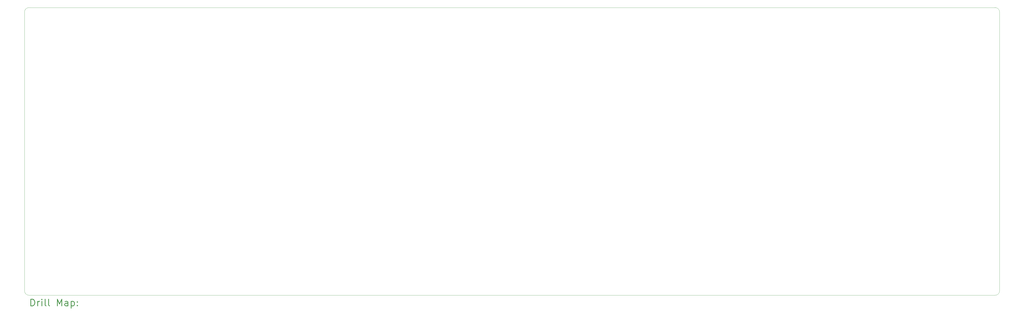
<source format=gbr>
%FSLAX45Y45*%
G04 Gerber Fmt 4.5, Leading zero omitted, Abs format (unit mm)*
G04 Created by KiCad (PCBNEW (5.1.10)-1) date 2021-09-30 18:38:28*
%MOMM*%
%LPD*%
G01*
G04 APERTURE LIST*
%TA.AperFunction,Profile*%
%ADD10C,0.100000*%
%TD*%
%ADD11C,0.200000*%
%ADD12C,0.300000*%
G04 APERTURE END LIST*
D10*
X46570000Y-5007000D02*
G75*
G02*
X46770000Y-5207000I0J-200000D01*
G01*
X46770000Y-17581000D02*
G75*
G02*
X46570000Y-17781000I-200000J0D01*
G01*
X3812000Y-17781000D02*
G75*
G02*
X3612000Y-17581000I0J200000D01*
G01*
X3612000Y-5207000D02*
G75*
G02*
X3812000Y-5007000I200000J0D01*
G01*
X3612000Y-17581000D02*
X3612000Y-5207000D01*
X46570000Y-17781000D02*
X3812000Y-17781000D01*
X46770000Y-5207000D02*
X46770000Y-17581000D01*
X3812000Y-5007000D02*
X46570000Y-5007000D01*
D11*
D12*
X3893428Y-18251714D02*
X3893428Y-17951714D01*
X3964857Y-17951714D01*
X4007714Y-17966000D01*
X4036286Y-17994572D01*
X4050571Y-18023143D01*
X4064857Y-18080286D01*
X4064857Y-18123143D01*
X4050571Y-18180286D01*
X4036286Y-18208857D01*
X4007714Y-18237429D01*
X3964857Y-18251714D01*
X3893428Y-18251714D01*
X4193428Y-18251714D02*
X4193428Y-18051714D01*
X4193428Y-18108857D02*
X4207714Y-18080286D01*
X4222000Y-18066000D01*
X4250571Y-18051714D01*
X4279143Y-18051714D01*
X4379143Y-18251714D02*
X4379143Y-18051714D01*
X4379143Y-17951714D02*
X4364857Y-17966000D01*
X4379143Y-17980286D01*
X4393428Y-17966000D01*
X4379143Y-17951714D01*
X4379143Y-17980286D01*
X4564857Y-18251714D02*
X4536286Y-18237429D01*
X4522000Y-18208857D01*
X4522000Y-17951714D01*
X4722000Y-18251714D02*
X4693428Y-18237429D01*
X4679143Y-18208857D01*
X4679143Y-17951714D01*
X5064857Y-18251714D02*
X5064857Y-17951714D01*
X5164857Y-18166000D01*
X5264857Y-17951714D01*
X5264857Y-18251714D01*
X5536286Y-18251714D02*
X5536286Y-18094572D01*
X5522000Y-18066000D01*
X5493428Y-18051714D01*
X5436286Y-18051714D01*
X5407714Y-18066000D01*
X5536286Y-18237429D02*
X5507714Y-18251714D01*
X5436286Y-18251714D01*
X5407714Y-18237429D01*
X5393428Y-18208857D01*
X5393428Y-18180286D01*
X5407714Y-18151714D01*
X5436286Y-18137429D01*
X5507714Y-18137429D01*
X5536286Y-18123143D01*
X5679143Y-18051714D02*
X5679143Y-18351714D01*
X5679143Y-18066000D02*
X5707714Y-18051714D01*
X5764857Y-18051714D01*
X5793428Y-18066000D01*
X5807714Y-18080286D01*
X5822000Y-18108857D01*
X5822000Y-18194572D01*
X5807714Y-18223143D01*
X5793428Y-18237429D01*
X5764857Y-18251714D01*
X5707714Y-18251714D01*
X5679143Y-18237429D01*
X5950571Y-18223143D02*
X5964857Y-18237429D01*
X5950571Y-18251714D01*
X5936286Y-18237429D01*
X5950571Y-18223143D01*
X5950571Y-18251714D01*
X5950571Y-18066000D02*
X5964857Y-18080286D01*
X5950571Y-18094572D01*
X5936286Y-18080286D01*
X5950571Y-18066000D01*
X5950571Y-18094572D01*
M02*

</source>
